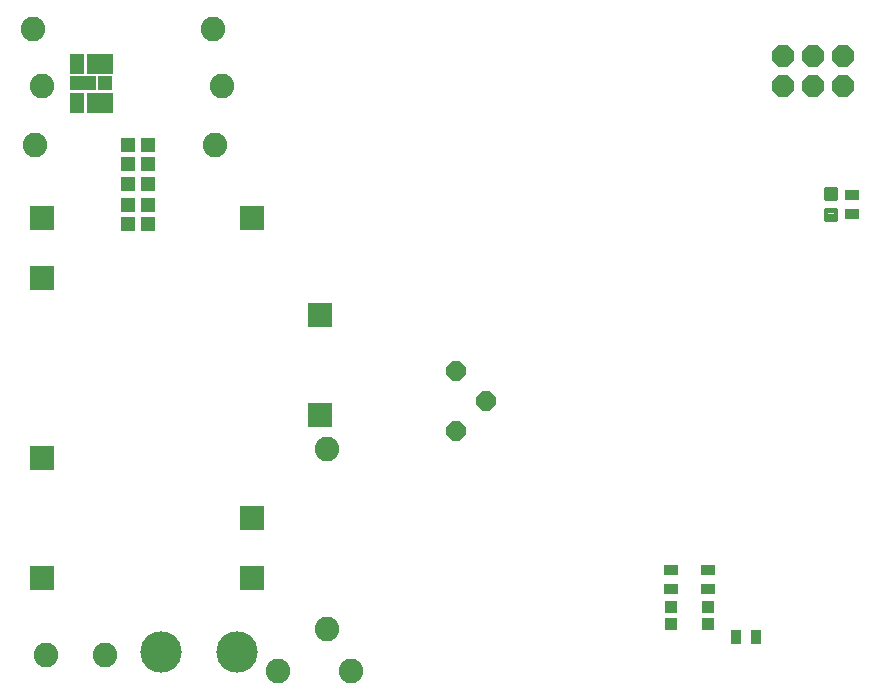
<source format=gbs>
G75*
%MOIN*%
%OFA0B0*%
%FSLAX25Y25*%
%IPPOS*%
%LPD*%
%AMOC8*
5,1,8,0,0,1.08239X$1,22.5*
%
%ADD10R,0.05131X0.04737*%
%ADD11C,0.08200*%
%ADD12C,0.01421*%
%ADD13C,0.13800*%
%ADD14R,0.04500X0.03800*%
%ADD15R,0.03800X0.04500*%
%ADD16OC8,0.06400*%
%ADD17R,0.07924X0.07924*%
%ADD18OC8,0.07400*%
%ADD19R,0.05100X0.06700*%
%ADD20R,0.08700X0.05100*%
%ADD21R,0.08700X0.06700*%
%ADD22R,0.05100X0.05100*%
%ADD23R,0.03950X0.03950*%
D10*
X0042954Y0160800D03*
X0049646Y0160800D03*
X0049646Y0167300D03*
X0042954Y0167300D03*
X0042954Y0174300D03*
X0049646Y0174300D03*
X0049646Y0180800D03*
X0042954Y0180800D03*
X0042954Y0187300D03*
X0049646Y0187300D03*
D11*
X0015457Y0017300D03*
X0035143Y0017300D03*
X0092800Y0011800D03*
X0109300Y0025800D03*
X0117300Y0011800D03*
X0109300Y0085800D03*
X0071800Y0187300D03*
X0074300Y0206800D03*
X0071300Y0225800D03*
X0014300Y0206800D03*
X0011300Y0225800D03*
X0011800Y0187300D03*
D12*
X0275642Y0169095D02*
X0278958Y0169095D01*
X0275642Y0169095D02*
X0275642Y0172411D01*
X0278958Y0172411D01*
X0278958Y0169095D01*
X0278958Y0170515D02*
X0275642Y0170515D01*
X0275642Y0171935D02*
X0278958Y0171935D01*
X0278958Y0162189D02*
X0275642Y0162189D01*
X0275642Y0165505D01*
X0278958Y0165505D01*
X0278958Y0162189D01*
X0278958Y0163609D02*
X0275642Y0163609D01*
X0275642Y0165029D02*
X0278958Y0165029D01*
D13*
X0079300Y0018300D03*
X0053800Y0018300D03*
D14*
X0223800Y0039000D03*
X0223800Y0045600D03*
X0236300Y0045600D03*
X0236300Y0039000D03*
X0284300Y0164000D03*
X0284300Y0170600D03*
D15*
X0252100Y0023300D03*
X0245500Y0023300D03*
D16*
X0152300Y0091800D03*
X0162300Y0101800D03*
X0152300Y0111800D03*
D17*
X0106800Y0097050D03*
X0106800Y0130550D03*
X0084300Y0162800D03*
X0014300Y0162800D03*
X0014300Y0142800D03*
X0014300Y0082800D03*
X0014300Y0042800D03*
X0084300Y0042800D03*
X0084300Y0062800D03*
D18*
X0261300Y0206800D03*
X0271300Y0206800D03*
X0281300Y0206800D03*
X0281300Y0216800D03*
X0271300Y0216800D03*
X0261300Y0216800D03*
D19*
X0026000Y0214300D03*
X0026000Y0201300D03*
D20*
X0027800Y0207800D03*
D21*
X0033400Y0201300D03*
X0033400Y0214300D03*
D22*
X0035300Y0207800D03*
D23*
X0223800Y0033253D03*
X0223800Y0027347D03*
X0236300Y0027347D03*
X0236300Y0033253D03*
M02*

</source>
